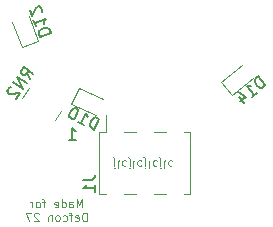
<source format=gbr>
G04 #@! TF.GenerationSoftware,KiCad,Pcbnew,5.1.2*
G04 #@! TF.CreationDate,2019-07-05T15:03:06-05:00*
G04 #@! TF.ProjectId,KokiriEmerald,4b6f6b69-7269-4456-9d65-72616c642e6b,rev?*
G04 #@! TF.SameCoordinates,Original*
G04 #@! TF.FileFunction,Legend,Bot*
G04 #@! TF.FilePolarity,Positive*
%FSLAX46Y46*%
G04 Gerber Fmt 4.6, Leading zero omitted, Abs format (unit mm)*
G04 Created by KiCad (PCBNEW 5.1.2) date 2019-07-05 15:03:06*
%MOMM*%
%LPD*%
G04 APERTURE LIST*
%ADD10C,0.100000*%
%ADD11C,0.150000*%
%ADD12C,0.120000*%
G04 APERTURE END LIST*
D10*
X142336666Y-104360000D02*
X142336666Y-103760000D01*
X142303333Y-103693333D01*
X142236666Y-103660000D01*
X142203333Y-103660000D01*
X142336666Y-104593333D02*
X142303333Y-104560000D01*
X142336666Y-104526666D01*
X142370000Y-104560000D01*
X142336666Y-104593333D01*
X142336666Y-104526666D01*
X142770000Y-103893333D02*
X142703333Y-103926666D01*
X142670000Y-103993333D01*
X142670000Y-104593333D01*
X143336666Y-103926666D02*
X143270000Y-103893333D01*
X143136666Y-103893333D01*
X143070000Y-103926666D01*
X143036666Y-103960000D01*
X143003333Y-104026666D01*
X143003333Y-104226666D01*
X143036666Y-104293333D01*
X143070000Y-104326666D01*
X143136666Y-104360000D01*
X143270000Y-104360000D01*
X143336666Y-104326666D01*
X143636666Y-104360000D02*
X143636666Y-103760000D01*
X143603333Y-103693333D01*
X143536666Y-103660000D01*
X143503333Y-103660000D01*
X143636666Y-104593333D02*
X143603333Y-104560000D01*
X143636666Y-104526666D01*
X143670000Y-104560000D01*
X143636666Y-104593333D01*
X143636666Y-104526666D01*
X144070000Y-103893333D02*
X144003333Y-103926666D01*
X143970000Y-103993333D01*
X143970000Y-104593333D01*
X144636666Y-103926666D02*
X144570000Y-103893333D01*
X144436666Y-103893333D01*
X144370000Y-103926666D01*
X144336666Y-103960000D01*
X144303333Y-104026666D01*
X144303333Y-104226666D01*
X144336666Y-104293333D01*
X144370000Y-104326666D01*
X144436666Y-104360000D01*
X144570000Y-104360000D01*
X144636666Y-104326666D01*
X144936666Y-104360000D02*
X144936666Y-103760000D01*
X144903333Y-103693333D01*
X144836666Y-103660000D01*
X144803333Y-103660000D01*
X144936666Y-104593333D02*
X144903333Y-104560000D01*
X144936666Y-104526666D01*
X144970000Y-104560000D01*
X144936666Y-104593333D01*
X144936666Y-104526666D01*
X145370000Y-103893333D02*
X145303333Y-103926666D01*
X145270000Y-103993333D01*
X145270000Y-104593333D01*
X145936666Y-103926666D02*
X145870000Y-103893333D01*
X145736666Y-103893333D01*
X145670000Y-103926666D01*
X145636666Y-103960000D01*
X145603333Y-104026666D01*
X145603333Y-104226666D01*
X145636666Y-104293333D01*
X145670000Y-104326666D01*
X145736666Y-104360000D01*
X145870000Y-104360000D01*
X145936666Y-104326666D01*
X146236666Y-104360000D02*
X146236666Y-103760000D01*
X146203333Y-103693333D01*
X146136666Y-103660000D01*
X146103333Y-103660000D01*
X146236666Y-104593333D02*
X146203333Y-104560000D01*
X146236666Y-104526666D01*
X146270000Y-104560000D01*
X146236666Y-104593333D01*
X146236666Y-104526666D01*
X146670000Y-103893333D02*
X146603333Y-103926666D01*
X146570000Y-103993333D01*
X146570000Y-104593333D01*
X147236666Y-103926666D02*
X147170000Y-103893333D01*
X147036666Y-103893333D01*
X146970000Y-103926666D01*
X146936666Y-103960000D01*
X146903333Y-104026666D01*
X146903333Y-104226666D01*
X146936666Y-104293333D01*
X146970000Y-104326666D01*
X147036666Y-104360000D01*
X147170000Y-104360000D01*
X147236666Y-104326666D01*
X139616666Y-107891666D02*
X139616666Y-107191666D01*
X139383333Y-107691666D01*
X139150000Y-107191666D01*
X139150000Y-107891666D01*
X138516666Y-107891666D02*
X138516666Y-107525000D01*
X138550000Y-107458333D01*
X138616666Y-107425000D01*
X138750000Y-107425000D01*
X138816666Y-107458333D01*
X138516666Y-107858333D02*
X138583333Y-107891666D01*
X138750000Y-107891666D01*
X138816666Y-107858333D01*
X138850000Y-107791666D01*
X138850000Y-107725000D01*
X138816666Y-107658333D01*
X138750000Y-107625000D01*
X138583333Y-107625000D01*
X138516666Y-107591666D01*
X137883333Y-107891666D02*
X137883333Y-107191666D01*
X137883333Y-107858333D02*
X137950000Y-107891666D01*
X138083333Y-107891666D01*
X138150000Y-107858333D01*
X138183333Y-107825000D01*
X138216666Y-107758333D01*
X138216666Y-107558333D01*
X138183333Y-107491666D01*
X138150000Y-107458333D01*
X138083333Y-107425000D01*
X137950000Y-107425000D01*
X137883333Y-107458333D01*
X137283333Y-107858333D02*
X137350000Y-107891666D01*
X137483333Y-107891666D01*
X137550000Y-107858333D01*
X137583333Y-107791666D01*
X137583333Y-107525000D01*
X137550000Y-107458333D01*
X137483333Y-107425000D01*
X137350000Y-107425000D01*
X137283333Y-107458333D01*
X137250000Y-107525000D01*
X137250000Y-107591666D01*
X137583333Y-107658333D01*
X136516666Y-107425000D02*
X136250000Y-107425000D01*
X136416666Y-107891666D02*
X136416666Y-107291666D01*
X136383333Y-107225000D01*
X136316666Y-107191666D01*
X136250000Y-107191666D01*
X135916666Y-107891666D02*
X135983333Y-107858333D01*
X136016666Y-107825000D01*
X136050000Y-107758333D01*
X136050000Y-107558333D01*
X136016666Y-107491666D01*
X135983333Y-107458333D01*
X135916666Y-107425000D01*
X135816666Y-107425000D01*
X135750000Y-107458333D01*
X135716666Y-107491666D01*
X135683333Y-107558333D01*
X135683333Y-107758333D01*
X135716666Y-107825000D01*
X135750000Y-107858333D01*
X135816666Y-107891666D01*
X135916666Y-107891666D01*
X135383333Y-107891666D02*
X135383333Y-107425000D01*
X135383333Y-107558333D02*
X135350000Y-107491666D01*
X135316666Y-107458333D01*
X135250000Y-107425000D01*
X135183333Y-107425000D01*
X140000000Y-109041666D02*
X140000000Y-108341666D01*
X139833333Y-108341666D01*
X139733333Y-108375000D01*
X139666666Y-108441666D01*
X139633333Y-108508333D01*
X139600000Y-108641666D01*
X139600000Y-108741666D01*
X139633333Y-108875000D01*
X139666666Y-108941666D01*
X139733333Y-109008333D01*
X139833333Y-109041666D01*
X140000000Y-109041666D01*
X139033333Y-109008333D02*
X139100000Y-109041666D01*
X139233333Y-109041666D01*
X139300000Y-109008333D01*
X139333333Y-108941666D01*
X139333333Y-108675000D01*
X139300000Y-108608333D01*
X139233333Y-108575000D01*
X139100000Y-108575000D01*
X139033333Y-108608333D01*
X139000000Y-108675000D01*
X139000000Y-108741666D01*
X139333333Y-108808333D01*
X138800000Y-108575000D02*
X138533333Y-108575000D01*
X138700000Y-109041666D02*
X138700000Y-108441666D01*
X138666666Y-108375000D01*
X138600000Y-108341666D01*
X138533333Y-108341666D01*
X138000000Y-109008333D02*
X138066666Y-109041666D01*
X138200000Y-109041666D01*
X138266666Y-109008333D01*
X138300000Y-108975000D01*
X138333333Y-108908333D01*
X138333333Y-108708333D01*
X138300000Y-108641666D01*
X138266666Y-108608333D01*
X138200000Y-108575000D01*
X138066666Y-108575000D01*
X138000000Y-108608333D01*
X137600000Y-109041666D02*
X137666666Y-109008333D01*
X137700000Y-108975000D01*
X137733333Y-108908333D01*
X137733333Y-108708333D01*
X137700000Y-108641666D01*
X137666666Y-108608333D01*
X137600000Y-108575000D01*
X137500000Y-108575000D01*
X137433333Y-108608333D01*
X137400000Y-108641666D01*
X137366666Y-108708333D01*
X137366666Y-108908333D01*
X137400000Y-108975000D01*
X137433333Y-109008333D01*
X137500000Y-109041666D01*
X137600000Y-109041666D01*
X137066666Y-108575000D02*
X137066666Y-109041666D01*
X137066666Y-108641666D02*
X137033333Y-108608333D01*
X136966666Y-108575000D01*
X136866666Y-108575000D01*
X136800000Y-108608333D01*
X136766666Y-108675000D01*
X136766666Y-109041666D01*
X135933333Y-108408333D02*
X135900000Y-108375000D01*
X135833333Y-108341666D01*
X135666666Y-108341666D01*
X135600000Y-108375000D01*
X135566666Y-108408333D01*
X135533333Y-108475000D01*
X135533333Y-108541666D01*
X135566666Y-108641666D01*
X135966666Y-109041666D01*
X135533333Y-109041666D01*
X135300000Y-108341666D02*
X134833333Y-108341666D01*
X135133333Y-109041666D01*
D11*
X138514285Y-102152380D02*
X139085714Y-102152380D01*
X138800000Y-102152380D02*
X138800000Y-101152380D01*
X138895238Y-101295238D01*
X138990476Y-101390476D01*
X139085714Y-101438095D01*
D12*
X134537036Y-98595968D02*
X135110613Y-97776816D01*
X137289387Y-100523184D02*
X137862964Y-99704032D01*
X140778139Y-100087043D02*
X138707226Y-99121360D01*
X138707226Y-99121360D02*
X139328474Y-97789088D01*
X139328474Y-97789088D02*
X141399388Y-98754770D01*
X134497885Y-94306820D02*
X133716369Y-92159623D01*
X135879233Y-93804051D02*
X134497885Y-94306820D01*
X135097717Y-91656853D02*
X135879233Y-93804051D01*
X154088544Y-96942618D02*
X152338133Y-98411387D01*
X152338133Y-98411387D02*
X151393235Y-97285302D01*
X151393235Y-97285302D02*
X153143647Y-95816532D01*
X141040000Y-101525000D02*
X141040000Y-106725000D01*
X148780000Y-101525000D02*
X148780000Y-106725000D01*
X141610000Y-100085000D02*
X141610000Y-101525000D01*
X141040000Y-101525000D02*
X141610000Y-101525000D01*
X141040000Y-106725000D02*
X141610000Y-106725000D01*
X148210000Y-101525000D02*
X148780000Y-101525000D01*
X148210000Y-106725000D02*
X148780000Y-106725000D01*
X143130000Y-101525000D02*
X144150000Y-101525000D01*
X143130000Y-106725000D02*
X144150000Y-106725000D01*
X145670000Y-101525000D02*
X146690000Y-101525000D01*
X145670000Y-106725000D02*
X146690000Y-106725000D01*
D11*
X135166609Y-97043870D02*
X134967729Y-96497687D01*
X135494367Y-96575783D02*
X134675215Y-96002206D01*
X134456710Y-96314264D01*
X134441091Y-96419592D01*
X134452785Y-96485912D01*
X134503486Y-96579546D01*
X134620508Y-96661485D01*
X134725835Y-96677104D01*
X134792156Y-96665410D01*
X134885789Y-96614709D01*
X135104295Y-96302651D01*
X134920791Y-97394935D02*
X134101639Y-96821358D01*
X134593033Y-97863022D01*
X133773881Y-97289445D01*
X133606077Y-97695137D02*
X133539756Y-97706831D01*
X133446123Y-97757532D01*
X133309557Y-97952568D01*
X133293938Y-98057896D01*
X133305632Y-98124216D01*
X133356333Y-98217850D01*
X133434348Y-98272476D01*
X133578683Y-98315408D01*
X134374527Y-98175080D01*
X134019456Y-98682174D01*
X140668705Y-101302007D02*
X141091323Y-100395699D01*
X140875535Y-100295076D01*
X140725938Y-100277859D01*
X140599374Y-100323925D01*
X140515967Y-100390116D01*
X140392311Y-100542621D01*
X140331937Y-100672093D01*
X140294595Y-100864848D01*
X140297504Y-100971288D01*
X140343569Y-101097852D01*
X140452917Y-101201384D01*
X140668705Y-101302007D01*
X139287664Y-100658017D02*
X139805554Y-100899514D01*
X139546609Y-100778766D02*
X139969228Y-99872458D01*
X139995169Y-100042180D01*
X140041234Y-100168744D01*
X140107425Y-100252151D01*
X139149235Y-99490089D02*
X139062920Y-99449839D01*
X138956480Y-99452748D01*
X138893198Y-99475780D01*
X138809791Y-99541971D01*
X138686135Y-99694476D01*
X138585511Y-99910264D01*
X138548170Y-100103019D01*
X138551078Y-100209458D01*
X138574111Y-100272740D01*
X138640302Y-100356147D01*
X138726617Y-100396397D01*
X138833056Y-100393488D01*
X138896338Y-100370456D01*
X138979745Y-100304265D01*
X139103402Y-100151760D01*
X139204025Y-99935972D01*
X139241366Y-99743218D01*
X139238458Y-99636778D01*
X139215425Y-99573496D01*
X139149235Y-99490089D01*
X136014630Y-93466681D02*
X136954322Y-93124661D01*
X136872889Y-92900925D01*
X136779282Y-92782970D01*
X136657214Y-92726048D01*
X136551433Y-92713875D01*
X136356157Y-92734274D01*
X136221915Y-92783134D01*
X136059213Y-92893028D01*
X135986005Y-92970349D01*
X135929084Y-93092416D01*
X135933196Y-93242945D01*
X136014630Y-93466681D01*
X135493456Y-92034769D02*
X135688896Y-92571736D01*
X135591176Y-92303252D02*
X136530869Y-91961232D01*
X136429200Y-92099587D01*
X136372279Y-92221655D01*
X136360105Y-92327436D01*
X136213361Y-91367344D02*
X136241821Y-91306310D01*
X136253995Y-91200529D01*
X136172562Y-90976792D01*
X136095241Y-90903584D01*
X136034207Y-90875124D01*
X135928426Y-90862950D01*
X135838932Y-90895523D01*
X135720976Y-90989130D01*
X135379449Y-91721538D01*
X135167723Y-91139823D01*
X155143427Y-97555265D02*
X154500640Y-96789220D01*
X154318248Y-96942265D01*
X154239422Y-97070570D01*
X154227683Y-97204744D01*
X154252423Y-97308310D01*
X154338380Y-97484832D01*
X154430207Y-97594267D01*
X154589121Y-97709571D01*
X154686817Y-97751919D01*
X154820992Y-97763658D01*
X154961036Y-97708309D01*
X155143427Y-97555265D01*
X153976121Y-98534750D02*
X154413861Y-98167443D01*
X154194991Y-98351097D02*
X153552204Y-97585052D01*
X153716987Y-97633269D01*
X153851162Y-97645008D01*
X153954727Y-97620269D01*
X152890987Y-98575015D02*
X153319512Y-99085711D01*
X152828507Y-98130144D02*
X153470032Y-98524274D01*
X152995814Y-98922190D01*
X139702380Y-105566666D02*
X140416666Y-105566666D01*
X140559523Y-105519047D01*
X140654761Y-105423809D01*
X140702380Y-105280952D01*
X140702380Y-105185714D01*
X140702380Y-106566666D02*
X140702380Y-105995238D01*
X140702380Y-106280952D02*
X139702380Y-106280952D01*
X139845238Y-106185714D01*
X139940476Y-106090476D01*
X139988095Y-105995238D01*
M02*

</source>
